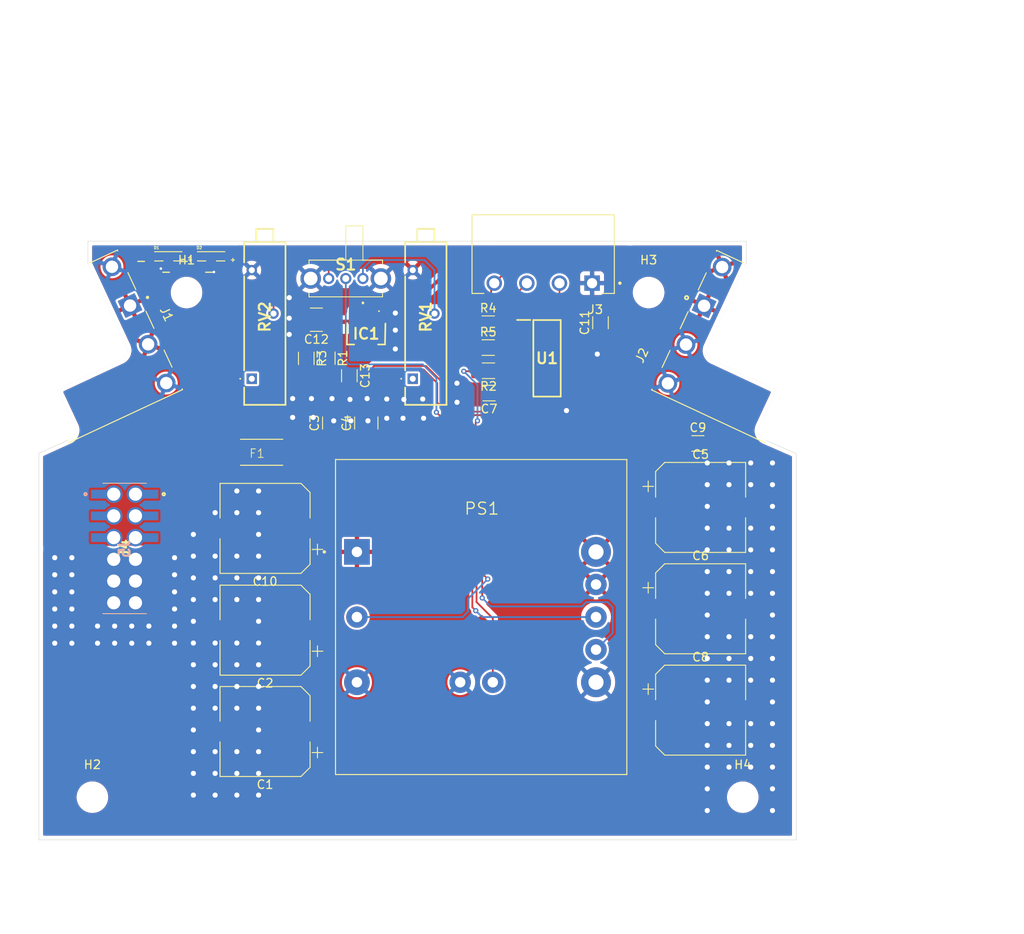
<source format=kicad_pcb>
(kicad_pcb (version 20240108) (generator "pcbnew") (generator_version "8.0")
  (layers (0 "F.Cu" signal) (31 "B.Cu" signal) (34 "B.Paste" user) (35 "F.Paste" user) (36 "B.SilkS" user "B.Silkscreen") (37 "F.SilkS" user "F.Silkscreen") (38 "B.Mask" user) (39 "F.Mask" user) (44 "Edge.Cuts" user))
  (net 0 "")
  (net 1 "GND")
  (net 2 "/PWR OUT")
  (net 3 "/Trim")
  (net 4 "/~{PWR ENABLE}")
  (net 5 "Net-(S1-NO)")
  (net 8 "Net-(S1-NC)")
  (net 9 "/PWR_IN_PROT")
  (net 10 "/I_MON")
  (net 11 "/PWR_IN")
  (net 12 "+5V")
  (net 13 "Net-(PS1-CURRENT_MONITOR)")
  (net 14 "Net-(D1-A)")
  (net 15 "Net-(D2-A)")
  (net 16 "/~{PWR_GOOD}")
  (net 17 "Net-(R1-Pad2)")
  (net 18 "Net-(R3-Pad2)")
  (net 19 "Net-(R4-Pad2)")
  (net 22 "Net-(U1-Pad4)")
  (footprint "PSA:AZ7042RTRG1" (layer "F.Cu") (at 139.99 76.425 180)
    (property "Reference" "IC1")
    (property "Value" "ZXTR2005Z-13" (hide yes))
  )
  (footprint "MountingHole:MountingHole_3.2mm_M3_DIN965" (layer "F.Cu") (at 119 71.6)
    (property "Reference" "H1")
    (property "Value" "MountingHole")
  )
  (footprint "PSA:LED_155124RV73200" (layer "F.Cu") (at 116.875 67.375)
    (property "Reference" "D1")
    (property "Value" "LED GRN")
  )
  (footprint "Resistor_SMD:R_1206_3216Metric" (layer "F.Cu") (at 154.255 78.035)
    (property "Reference" "R5")
    (property "Value" "10k")
  )
  (footprint "Capacitor_SMD:C_1206_3216Metric" (layer "F.Cu") (at 178.755 89.245)
    (property "Reference" "C9")
    (property "Value" "0.1uF")
  )
  (footprint "PSA:SOIC127P600X175-14N" (layer "F.Cu") (at 161.125 79.29)
    (property "Reference" "U1")
    (property "Value" "74HC04" (hide yes))
  )
  (footprint "Resistor_SMD:R_1206_3216Metric" (layer "F.Cu") (at 135.445 79.275 -90)
    (property "Reference" "R1")
    (property "Value" "1k")
  )
  (footprint "Capacitor_SMD:C_1206_3216Metric" (layer "F.Cu") (at 138.025 81.325 -90)
    (property "Reference" "C13")
    (property "Value" "0.1uF")
  )
  (footprint "PSA:3009P1154LF" (layer "F.Cu") (at 145.437 81.681 90)
    (property "Reference" "RV1")
    (property "Value" "4k" (hide yes))
  )
  (footprint "Resistor_SMD:R_1206_3216Metric" (layer "F.Cu") (at 154.255 75.245)
    (property "Reference" "R4")
    (property "Value" "10k")
  )
  (footprint "PSA:CONV_I7C4W008A120V-0C3-R" (layer "F.Cu") (at 138.91 101.925)
    (property "Reference" "PS1")
    (property "Value" "I7C4W008A120V-0C3-R")
  )
  (footprint "Capacitor_SMD:C_1210_3225Metric" (layer "F.Cu") (at 134.175 74.775 180)
    (property "Reference" "C12")
    (property "Value" "10uF")
  )
  (footprint "Capacitor_SMD:CP_Elec_10x12.6" (layer "F.Cu") (at 179.075 108.575)
    (property "Reference" "C6")
    (property "Value" "100uF")
  )
  (footprint "PSA:EG1247" (layer "F.Cu") (at 139.61 69.96 180)
    (property "Reference" "S1")
    (property "Value" "EG1247" (hide yes))
  )
  (footprint "PSA:PHOENIX_2907787" (layer "F.Cu") (at 186.625 89.175 65)
    (property "Reference" "J2")
    (property "Value" "Screw_Terminal_01x04")
    (fp_line (start 6.2 -9.65) (end 6.2 -1.4) (stroke (width 0.01)) (layer "Edge.Cuts"))
    (fp_line (start 18 -10.85) (end 7.4 -10.85) (stroke (width 0.01)) (layer "Edge.Cuts"))
    (fp_line (start 0.3 -0.2) (end 0.299999 0) (stroke (width 0.01)) (layer "Edge.Cuts"))
    (fp_line (start 6.2 -1.4) (end 1.5 -1.4) (stroke (width 0.01)) (layer "Edge.Cuts"))
    (fp_arc (start 6.2 -9.65) (mid 6.551472 -10.498528) (end 7.4 -10.85) (stroke (width 0.01)) (layer "Edge.Cuts"))
    (fp_arc (start 0.3 -0.2) (mid 0.651472 -1.048528) (end 1.5 -1.4) (stroke (width 0.01)) (layer "Edge.Cuts"))
  )
  (footprint "Resistor_SMD:R_1206_3216Metric" (layer "F.Cu") (at 132.99 79.3 -90)
    (property "Reference" "R3")
    (property "Value" "1k")
  )
  (footprint "Resistor_SMD:R_1206_3216Metric" (layer "F.Cu") (at 154.285 80.745 180)
    (property "Reference" "R2")
    (property "Value" "1k")
  )
  (footprint "Capacitor_SMD:CP_Elec_10x12.6" (layer "F.Cu") (at 179.075 96.725)
    (property "Reference" "C5")
    (property "Value" "100uF")
  )
  (footprint "MountingHole:MountingHole_3.2mm_M3_DIN965" (layer "F.Cu") (at 108 130.6)
    (property "Reference" "H2")
    (property "Value" "MountingHole")
  )
  (footprint "Capacitor_SMD:C_1206_3216Metric" (layer "F.Cu") (at 167.375 75.125 90)
    (property "Reference" "C11")
    (property "Value" "0.1uF")
  )
  (footprint "PSA:FUSC9830X318N" (layer "F.Cu") (at 127.775 90.275)
    (property "Reference" "F1")
    (property "Value" "Fuse")
  )
  (footprint "Capacitor_SMD:C_1210_3225Metric" (layer "F.Cu") (at 136.255 86.855 90)
    (property "Reference" "C3")
    (property "Value" "10uF")
  )
  (footprint "Capacitor_SMD:CP_Elec_10x12.6" (layer "F.Cu") (at 179.075 120.425)
    (property "Reference" "C8")
    (property "Value" "100uF")
  )
  (footprint "MountingHole:MountingHole_3.2mm_M3_DIN965" (layer "F.Cu") (at 173 71.6)
    (property "Reference" "H3")
    (property "Value" "MountingHole")
  )
  (footprint "PSA:SSM-106-XXX-DV" (layer "F.Cu") (at 111.765 101.525 90)
    (property "Reference" "J4")
    (property "Value" "Conn_02x06_Top_Bottom" (hide yes))
  )
  (footprint "Capacitor_SMD:C_1206_3216Metric" (layer "F.Cu") (at 154.355 83.355 180)
    (property "Reference" "C7")
    (property "Value" "0.1uF")
  )
  (footprint "Capacitor_SMD:C_1210_3225Metric" (layer "F.Cu") (at 140.005 86.855 90)
    (property "Reference" "C4")
    (property "Value" "10uF")
  )
  (footprint "PSA:PHOENIX_1803293" (layer "F.Cu") (at 168.99 62.505 180)
    (property "Reference" "J3")
    (property "Value" "Conn_01x04_Socket")
  )
  (footprint "Capacitor_SMD:CP_Elec_10x12.6" (layer "F.Cu") (at 128.175 111.075 180)
    (property "Reference" "C2")
    (property "Value" "180uF")
  )
  (footprint "PSA:PHOENIX_2907774" (layer "F.Cu") (at 97.645 72.83 -65)
    (property "Reference" "J1")
    (property "Value" "Screw_Terminal_01x04")
    (fp_line (start 11.8 -1.4) (end 16.5 -1.4) (stroke (width 0.01)) (layer "Edge.Cuts"))
    (fp_line (start 17.7 -0.2) (end 17.7 0) (stroke (width 0.01)) (layer "Edge.Cuts"))
    (fp_line (start 0 -10.849999) (end 10.6 -10.85) (stroke (width 0.01)) (layer "Edge.Cuts"))
    (fp_line (start 11.8 -9.65) (end 11.8 -1.4) (stroke (width 0.01)) (layer "Edge.Cuts"))
    (fp_arc (start 16.5 -1.4) (mid 17.348528 -1.048528) (end 17.7 -0.2) (stroke (width 0.01)) (layer "Edge.Cuts"))
    (fp_arc (start 10.6 -10.85) (mid 11.448528 -10.498528) (end 11.8 -9.65) (stroke (width 0.01)) (layer "Edge.Cuts"))
  )
  (footprint "MountingHole:MountingHole_3.2mm_M3_DIN965" (layer "F.Cu") (at 184 130.6)
    (property "Reference" "H4")
    (property "Value" "MountingHole")
  )
  (footprint "Capacitor_SMD:CP_Elec_10x12.6" (layer "F.Cu") (at 128.175 122.925 180)
    (property "Reference" "C1")
    (property "Value" "180uF")
  )
  (footprint "PSA:3009P1154LF" (layer "F.Cu") (at 126.625 81.681 90)
    (property "Reference" "RV2")
    (property "Value" "150k" (hide yes))
  )
  (footprint "Capacitor_SMD:CP_Elec_10x12.6" (layer "F.Cu") (at 128.175 99.175 180)
    (property "Reference" "C10")
    (property "Value" "180uF")
  )
  (footprint "PSA:LED_155124RV73200" (layer "F.Cu") (at 121.875 67.375)
    (property "Reference" "D2")
    (property "Value" "LED RED")
  )
  (footprint "PSA:SSM-106-XXX-DV" (layer "B.Cu") (at 111.765 101.525 90)
    (property "Reference" "J5")
    (property "Value" "Conn_02x06_Top_Bottom" (hide yes))
  )
  (gr_line (start 186.751785 88.903109) (end 190.25 90.43) (stroke (width 0.05)) (layer "Edge.Cuts"))
  (gr_line (start 101.75 135.6) (end 101.75 90.4) (stroke (width 0.05)) (layer "Edge.Cuts"))
  (gr_line (start 184.398689 68.276052) (end 184.4 65.61) (stroke (width 0.05)) (layer "Edge.Cuts"))
  (gr_line (start 190.25 135.6) (end 101.75 135.6) (stroke (width 0.05)) (layer "Edge.Cuts"))
  (gr_line (start 107.48 65.59) (end 107.478439 68.244592) (stroke (width 0.05)) (layer "Edge.Cuts"))
  (gr_line (start 101.75 90.4) (end 105.125343 88.871648) (stroke (width 0.05)) (layer "Edge.Cuts"))
  (gr_line (start 107.48 65.59) (end 184.4 65.61) (stroke (width 0.05)) (layer "Edge.Cuts"))
  (gr_line (start 190.25 90.43) (end 190.25 135.6) (stroke (width 0.05)) (layer "Edge.Cuts"))
  (segment (start 166.39 72.19) (end 166.39 70.505) (width 0.4064) (layer "F.Cu") (net 1))
  (segment (start 166.4 72.2) (end 166.39 72.19) (width 0.4064) (layer "F.Cu") (net 1))
  (segment (start 121.875 67.775) (end 121.875 68.875) (width 0.2032) (layer "F.Cu") (net 1))
  (segment (start 166.4 72.675) (end 166.4 72.2) (width 0.4064) (layer "F.Cu") (net 1))
  (segment (start 116.875 67.925) (end 116 68.8) (width 0.2032) (layer "F.Cu") (net 1))
  (segment (start 121.875 68.875) (end 122.2 69.2) (width 0.2032) (layer "F.Cu") (net 1))
  (segment (start 167.375 73.65) (end 166.4 72.675) (width 0.4064) (layer "F.Cu") (net 1))
  (via (at 184.93 106.765) (size 1) (drill 0.6) (layers "F.Cu" "B.Cu") (net 1))
  (via (at 124.88 97.34) (size 1) (drill 0.6) (layers "F.Cu" "B.Cu") (net 1))
  (via (at 110.6 112.6) (size 1) (drill 0.6) (layers "F.Cu" "B.Cu") (net 1))
  (via (at 187.47 116.925) (size 1) (drill 0.6) (layers "F.Cu" "B.Cu") (net 1))
  (via (at 187.47 104.225) (size 1) (drill 0.6) (layers "F.Cu" "B.Cu") (net 1))
  (via (at 131.4 86.2) (size 1) (drill 0.6) (layers "F.Cu" "B.Cu") (net 1))
  (via (at 124.88 112.58) (size 1) (drill 0.6) (layers "F.Cu" "B.Cu") (net 1))
  (via (at 122.34 112.58) (size 1) (drill 0.6) (layers "F.Cu" "B.Cu") (net 1))
  (via (at 150.6 82.2) (size 1) (drill 0.6) (layers "F.Cu" "B.Cu") (net 1))
  (via (at 182.39 122.005) (size 1) (drill 0.6) (layers "F.Cu" "B.Cu") (net 1))
  (via (at 184.93 122.005) (size 1) (drill 0.6) (layers "F.Cu" "B.Cu") (net 1))
  (via (at 179.85 94.065) (size 1) (drill 0.6) (layers "F.Cu" "B.Cu") (net 1))
  (via (at 179.85 104.225) (size 1) (drill 0.6) (layers "F.Cu" "B.Cu") (net 1))
  (via (at 122.2 69.2) (size 0.6) (drill 0.3) (layers "F.Cu" "B.Cu") (net 1))
  (via (at 105.6 108.6) (size 1) (drill 0.6) (layers "F.Cu" "B.Cu") (net 1))
  (via (at 105.6 112.6) (size 1) (drill 0.6) (layers "F.Cu" "B.Cu") (net 1))
  (via (at 187.47 127.085) (size 1) (drill 0.6) (layers "F.Cu" "B.Cu") (net 1))
  (via (at 127.42 125.28) (size 1) (drill 0.6) (layers "F.Cu" "B.Cu") (net 1))
  (via (at 114.6 110.6) (size 1) (drill 0.6) (layers "F.Cu" "B.Cu") (net 1))
  (via (at 119.8 104.96) (size 1) (drill 0.6) (layers "F.Cu" "B.Cu") (net 1))
  (via (at 117.6 110.6) (size 1) (drill 0.6) (layers "F.Cu" "B.Cu") (net 1))
  (via (at 127.42 107.5) (size 1) (drill 0.6) (layers "F.Cu" "B.Cu") (net 1))
  (via (at 122.34 120.2) (size 1) (drill 0.6) (layers "F.Cu" "B.Cu") (net 1))
  (via (at 119.8 130.36) (size 1) (drill 0.6) (layers "F.Cu" "B.Cu") (net 1))
  (via (at 136 84) (size 1) (drill 0.6) (layers "F.Cu" "B.Cu") (net 1))
  (via (at 117.6 106.6) (size 1) (drill 0.6) (layers "F.Cu" "B.Cu") (net 1))
  (via (at 187.47 94.065) (size 1) (drill 0.6) (layers "F.Cu" "B.Cu") (net 1))
  (via (at 105.6 102.6) (size 1) (drill 0.6) (layers "F.Cu" "B.Cu") (net 1))
  (via (at 146.6 84.0516) (size 1) (drill 0.6) (layers "F.Cu" "B.Cu") (net 1))
  (via (at 184.93 114.385) (size 1) (drill 0.6) (layers "F.Cu" "B.Cu") (net 1))
  (via (at 122.34 125.28) (size 1) (drill 0.6) (layers "F.Cu" "B.Cu") (net 1))
  (via (at 179.85 129.625) (size 1) (drill 0.6) (layers "F.Cu" "B.Cu") (net 1))
  (via (at 187.47 119.465) (size 1) (drill 0.6) (layers "F.Cu" "B.Cu") (net 1))
  (via (at 124.88 120.2) (size 1) (drill 0.6) (layers "F.Cu" "B.Cu") (net 1))
  (via (at 133.6 84) (size 1) (drill 0.6) (layers "F.Cu" "B.Cu") (net 1))
  (via (at 119.8 107.5) (size 1) (drill 0.6) (layers "F.Cu" "B.Cu") (net 1))
  (via (at 131 72.2) (size 1) (drill 0.6) (layers "F.Cu" "B.Cu") (net 1))
  (via (at 105.6 106.6) (size 1) (drill 0.6) (layers "F.Cu" "B.Cu") (net 1))
  (via (at 184.93 127.085) (size 1) (drill 0.6) (layers "F.Cu" "B.Cu") (net 1))
  (via (at 182.39 127.085) (size 1) (drill 0.6) (layers "F.Cu" "B.Cu") (net 1))
  (via (at 127.42 127.82) (size 1) (drill 0.6) (layers "F.Cu" "B.Cu") (net 1))
  (via (at 119.8 110.04) (size 1) (drill 0.6) (layers "F.Cu" "B.Cu") (net 1))
  (via (at 127.42 120.2) (size 1) (drill 0.6) (layers "F.Cu" "B.Cu") (net 1))
  (via (at 124.88 102.42) (size 1) (drill 0.6) (layers "F.Cu" "B.Cu") (net 1))
  (via (at 119.8 127.82) (size 1) (drill 0.6) (layers "F.Cu" "B.Cu") (net 1))
  (via (at 182.39 106.765) (size 1) (drill 0.6) (layers "F.Cu" "B.Cu") (net 1))
  (via (at 182.39 111.845) (size 1) (drill 0.6) (layers "F.Cu" "B.Cu") (net 1))
  (via (at 187.47 106.765) (size 1) (drill 0.6) (layers "F.Cu" "B.Cu") (net 1))
  (via (at 122.34 104.96) (size 1) (drill 0.6) (layers "F.Cu" "B.Cu") (net 1))
  (via (at 140.2 86.6) (size 1) (drill 0.6) (layers "F.Cu" "B.Cu") (net 1))
  (via (at 133.8 86.2) (size 1) (drill 0.6) (layers "F.Cu" "B.Cu") (net 1))
  (via (at 184.93 94.065) (size 1) (drill 0.6) (layers "F.Cu" "B.Cu") (net 1))
  (via (at 124.88 130.36) (size 1) (drill 0.6) (layers "F.Cu" "B.Cu") (net 1))
  (via (at 103.6 108.6) (size 1) (drill 0.6) (layers "F.Cu" "B.Cu") (net 1))
  (via (at 144.3 86.3) (size 1) (drill 0.6) (layers "F.Cu" "B.Cu") (net 1))
  (via (at 182.39 99.145) (size 1) (drill 0.6) (layers "F.Cu" "B.Cu") (net 1))
  (via (at 110.6 110.6) (size 1) (drill 0.6) (layers "F.Cu" "B.Cu") (net 1))
  (via (at 105.6 110.6) (size 1) (drill 0.6) (layers "F.Cu" "B.Cu") (net 1))
  (via (at 142.4 86.3) (size 1) (drill 0.6) (layers "F.Cu" "B.Cu") (net 1))
  (via (at 144.4 84.1) (size 1) (drill 0.6) (layers "F.Cu" "B.Cu") (net 1))
  (via (at 117.6 112.6) (size 1) (drill 0.6) (layers "F.Cu" "B.Cu") (net 1))
  (via (at 117.6 102.6) (size 1) (drill 0.6) (layers "F.Cu" "B.Cu") (net 1))
  (via (at 187.47 91.525) (size 1) (drill 0.6) (layers "F.Cu" "B.Cu") (net 1))
  (via (at 122.34 130.36) (size 1) (drill 0.6) (layers "F.Cu" "B.Cu") (net 1))
  (via (at 127.42 112.58) (size 1) (drill 0.6) (layers "F.Cu" "B.Cu") (net 1))
  (via (at 182.39 116.925) (size 1) (drill 0.6) (layers "F.Cu" "B.Cu") (net 1))
  (via (at 119.8 99.88) (size 1) (drill 0.6) (layers "F.Cu" "B.Cu") (net 1))
  (via (at 187.47 124.545) (size 1) (drill 0.6) (layers "F.Cu" "B.Cu") (net 1))
  (via (at 182.39 94.065) (size 1) (drill 0.6) (layers "F.Cu" "B.Cu") (net 1))
  (via (at 131 74.6) (size 1) (drill 0.6) (layers "F.Cu" "B.Cu") (net 1))
  (via (at 127.42 102.42) (size 1) (drill 0.6) (layers "F.Cu" "B.Cu") (net 1))
  (via (at 108.6 112.6) (size 1) (drill 0.6) (layers "F.Cu" "B.Cu") (net 1))
  (via (at 182.39 114.385) (size 1) (drill 0.6) (layers "F.Cu" "B.Cu") (net 1))
  (via (at 179.85 132.165) (size 1) (drill 0.6) (layers "F.Cu" "B.Cu") (net 1))
  (via (at 167 78.8) (size 1) (drill 0.6) (layers "F.Cu" "B.Cu") (net 1))
  (via (at 179.85 111.845) (size 1) (drill 0.6) (layers "F.Cu" "B.Cu") (net 1))
  (via (at 127.42 117.66) (size 1) (drill 0.6) (layers "F.Cu" "B.Cu") (net 1))
  (via (at 105.6 104.6) (size 1) (drill 0.6) (layers "F.Cu" "B.Cu") (net 1))
  (via (at 124.88 127.82) (size 1) (drill 0.6) (layers "F.Cu" "B.Cu") (net 1))
  (via (at 187.47 132.165) (size 1) (drill 0.6) (layers "F.Cu" "B.Cu") (net 1))
  (via (at 108.6 110.6) (size 1) (drill 0.6) (layers "F.Cu" "B.Cu") (net 1))
  (via (at 187.47 111.845) (size 1) (drill 0.6) (layers "F.Cu" "B.Cu") (net 1))
  (via (at 122.34 127.82) (size 1) (drill 0.6) (layers "F.Cu" "B.Cu") (net 1))
  (via (at 184.93 124.545) (size 1) (drill 0.6) (layers "F.Cu" "B.Cu") (net 1))
  (via (at 136.2 86.6) (size 1) (drill 0.6) (layers "F.Cu" "B.Cu") (net 1))
  (via (at 103.6 112.6) (size 1) (drill 0.6) (layers "F.Cu" "B.Cu") (net 1))
  (via (at 179.85 96.605) (size 1) (drill 0.6) (layers "F.Cu" "B.Cu") (net 1))
  (via (at 119.8 122.74) (size 1) (drill 0.6) (layers "F.Cu" "B.Cu") (net 1))
  (via (at 127.42 104.96) (size 1) (drill 0.6) (layers "F.Cu" "B.Cu") (net 1))
  (via (at 127.42 94.8) (size 1) (drill 0.6) (layers "F.Cu" "B.Cu") (net 1))
  (via (at 187.47 114.385) (size 1) (drill 0.6) (layers "F.Cu" "B.Cu") (net 1))
  (via (at 179.85 91.525) (size 1) (drill 0.6) (layers "F.Cu" "B.Cu") (net 1))
  (via (at 117.6 108.6) (size 1) (drill 0.6) (layers "F.Cu" "B.Cu") (net 1))
  (via (at 112.6 112.6) (size 1) (drill 0.6) (layers "F.Cu" "B.Cu") (net 1))
  (via (at 124.88 94.8) (size 1) (drill 0.6) (layers "F.Cu" "B.Cu") (net 1))
  (via (at 179.85 114.385) (size 1) (drill 0.6) (layers "F.Cu" "B.Cu") (net 1))
  (via (at 140.1 84) (size 1) (drill 0.6) (layers "F.Cu" "B.Cu") (net 1))
  (via (at 150.607498 84.428416) (size 1) (drill 0.6) (layers "F.Cu" "B.Cu") (net 1))
  (via (at 138.2 86.6) (size 1) (drill 0.6) (layers "F.Cu" "B.Cu") (net 1))
  (via (at 179.85 106.765) (size 1) (drill 0.6) (layers "F.Cu" "B.Cu") (net 1))
  (via (at 112.6 110.6) (size 1) (drill 0.6) (layers "F.Cu" "B.Cu") (net 1))
  (via (at 179.85 124.545) (size 1) (drill 0.6) (layers "F.Cu" "B.Cu") (net 1))
  (via (at 182.39 104.225) (size 1) (drill 0.6) (layers "F.Cu" "B.Cu") (net 1))
  (via (at 184.93 116.925) (size 1) (drill 0.6) (layers "F.Cu" "B.Cu") (net 1))
  (via (at 116 68.8) (size 0.6) (drill 0.3) (layers "F.Cu" "B.Cu") (net 1))
  (via (at 182.39 101.685) (size 1) (drill 0.6) (layers "F.Cu" "B.Cu") (net 1))
  (via (at 143.4 76) (size 1) (drill 0.6) (layers "F.Cu" "B.Cu") (net 1))
  (via (at 122.34 115.12) (size 1) (drill 0.6) (layers "F.Cu" "B.Cu") (net 1))
  (via (at 184.93 111.845) (size 1) (drill 0.6) (layers "F.Cu" "B.Cu") (net 1))
  (via (at 184.93 101.685) (size 1) (drill 0.6) (layers "F.Cu" "B.Cu") (net 1))
  (via (at 103.6 102.6) (size 1) (drill 0.6) (layers "F.Cu" "B.Cu") (net 1))
  (via (at 184.93 99.145) (size 1) (drill 0.6) (layers "F.Cu" "B.Cu") (net 1))
  (via (at 127.42 110.04) (size 1) (drill 0.6) (layers "F.Cu" "B.Cu") (net 1))
  (via (at 146.7 86.3) (size 1) (drill 0.6) (layers "F.Cu" "B.Cu") (net 1))
  (via (at 127.42 122.74) (size 1) (drill 0.6) (layers "F.Cu" "B.Cu") (net 1))
  (via (at 184.93 91.525) (size 1) (drill 0.6) (layers "F.Cu" "B.Cu") (net 1))
  (via (at 187.47 109.305) (size 1) (drill 0.6) (layers "F.Cu" "B.Cu") (net 1))
  (via (at 122.34 117.66) (size 1) (drill 0.6) (layers "F.Cu" "B.Cu") (net 1))
  (via (at 103.6 104.6) (size 1) (drill 0.6) (layers "F.Cu" "B.Cu") (net 1))
  (via (at 182.39 91.525) (size 1) (drill 0.6) (layers "F.Cu" "B.Cu") (net 1))
  (via (at 124.88 104.96) (size 1) (drill 0.6) (layers "F.Cu" "B.Cu") (net 1))
  (via (at 119.8 117.66) (size 1) (drill 0.6) (layers "F.Cu" "B.Cu") (net 1))
  (via (at 103.6 106.6) (size 1) (drill 0.6) (layers "F.Cu" "B.Cu") (net 1))
  (via (at 184.93 104.225) (size 1) (drill 0.6) (layers "F.Cu" "B.Cu") (net 1))
  (via (at 119.8 125.28) (size 1) (drill 0.6) (layers "F.Cu" "B.Cu") (net 1))
  (via (at 122.34 102.42) (size 1) (drill 0.6) (layers "F.Cu" "B.Cu") (net 1))
  (via (at 131.4 84) (size 1) (drill 0.6) (layers "F.Cu" "B.Cu") (net 1))
  (via (at 131 76.5) (size 1) (drill 0.6) (layers "F.Cu" "B.Cu") (net 1))
  (via (at 179.85 119.465) (size 1) (drill 0.6) (layers "F.Cu" "B.Cu") (net 1))
  (via (at 119.8 120.2) (size 1) (drill 0.6) (layers "F.Cu" "B.Cu") (net 1))
  (via (at 179.85 116.925) (size 1) (drill 0.6) (layers "F.Cu" "B.Cu") (net 1))
  (via (at 117.6 104.6) (size 1) (drill 0.6) (layers "F.Cu" "B.Cu") (net 1))
  (via (at 179.85 127.085) (size 1) (drill 0.6) (layers "F.Cu" "B.Cu") (net 1))
  (via (at 127.42 99.88) (size 1) (drill 0.6) (layers "F.Cu" "B.Cu") (net 1))
  (via (at 187.47 96.605) (size 1) (drill 0.6) (layers "F.Cu" "B.Cu") (net 1))
  (via (at 138.1 84.1) (size 1) (drill 0.6) (layers "F.Cu" "B.Cu") (net 1))
  (via (at 124.88 107.5) (size 1) (drill 0.6) (layers "F.Cu" "B.Cu") (net 1))
  (via (at 119.8 115.12) (size 1) (drill 0.6) (layers "F.Cu" "B.Cu") (net 1))
  (via (at 143.4 74) (size 1) (drill 0.6) (layers "F.Cu" "B.Cu") (net 1))
  (via (at 179.85 101.685) (size 1) (drill 0.6) (layers "F.Cu" "B.Cu") (net 1))
  (via (at 187.47 99.145) (size 1) (drill 0.6) (layers "F.Cu" "B.Cu") (net 1))
  (via (at 143.4 78.2) (size 1) (drill 0.6) (layers "F.Cu" "B.Cu") (net 1))
  (via (at 179.85 109.305) (size 1) (drill 0.6) (layers "F.Cu" "B.Cu") (net 1))
  (via (at 179.85 122.005) (size 1) (drill 0.6) (layers "F.Cu" "B.Cu") (net 1))
  (via (at 122.34 107.5) (size 1) (drill 0.6) (layers "F.Cu" "B.Cu") (net 1))
  (via (at 182.39 124.545) (size 1) (drill 0.6) (layers "F.Cu" "B.Cu") (net 1))
  (via (at 124.88 115.12) (size 1) (drill 0.6) (layers "F.Cu" "B.Cu") (net 1))
  (via (at 103.6 110.6) (size 1) (drill 0.6) (layers "F.Cu" "B.Cu") (net 1))
  (via (at 179.85 99.145) (size 1) (drill 0.6) (layers "F.Cu" "B.Cu") (net 1))
  (via (at 187.47 129.625) (size 1) (drill 0.6) (layers "F.Cu" "B.Cu") (net 1))
  (via (at 142.4 84.0516) (size 1) (drill 0.6) (layers "F.Cu" "B.Cu") (net 1))
  (via (at 187.47 101.685) (size 1) (drill 0.6) (layers "F.Cu" "B.Cu") (net 1))
  (via (at 122.34 97.34) (size 1) (drill 0.6) (layers "F.Cu" "B.Cu") (net 1))
  (via (at 124.88 125.28) (size 1) (drill 0.6) (layers "F.Cu" "B.Cu") (net 1))
  (via (at 163.4 85.4) (size 1) (drill 0.6) (layers "F.Cu" "B.Cu") (net 1))
  (via (at 114.6 112.6) (size 1) (drill 0.6) (layers "F.Cu" "B.Cu") (net 1))
  (via (at 127.42 115.12) (size 1) (drill 0.6) (layers "F.Cu" "B.Cu") (net 1))
  (via (at 127.42 130.36) (size 1) (drill 0.6) (layers "F.Cu" "B.Cu") (net 1))
  (via (at 187.47 122.005) (size 1) (drill 0.6) (layers "F.Cu" "B.Cu") (net 1))
  (via (at 124.88 117.66) (size 1) (drill 0.6) (layers "F.Cu" "B.Cu") (net 1))
  (via (at 127.42 97.34) (size 1) (drill 0.6) (layers "F.Cu" "B.Cu") (net 1))
  (via (at 119.8 112.58) (size 1) (drill 0.6) (layers "F.Cu" "B.Cu") (net 1))
  (via (at 119.8 102.42) (size 1) (drill 0.6) (layers "F.Cu" "B.Cu") (net 1))
  (segment (start 152.8 108.8) (end 152.4 108.4) (width 0.2032) (layer "F.Cu") (net 3))
  (segment (start 150.8 86.7) (end 149.3 86.7) (width 0.2032) (layer "F.Cu") (net 3))
  (segment (start 152.4 108.4) (end 152.4 88.3) (width 0.2032) (layer "F.Cu") (net 3))
  (segment (start 149.3 86.7) (end 148.2 85.6) (width 0.2032) (layer "F.Cu") (net 3))
  (segment (start 152.4 88.3) (end 150.8 86.7) (width 0.2032) (layer "F.Cu") (net 3))
  (via (at 152.8 108.8) (size 0.6) (drill 0.3) (layers "F.Cu" "B.Cu") (net 3))
  (via (at 148.2 85.6) (size 0.6) (drill 0.3) (layers "F.Cu" "B.Cu") (net 3))
  (segment (start 138 80) (end 146.6 80) (width 0.2032) (layer "B.Cu") (net 3))
  (segment (start 148.2 81.6) (end 148.2 85.6) (width 0.2032) (layer "B.Cu") (net 3))
  (segment (start 153.545 109.545) (end 152.8 108.8) (width 0.2032) (layer "B.Cu") (net 3))
  (segment (start 137.61 79.61) (end 138 80) (width 0.2032) (layer "B.Cu") (net 3))
  (segment (start 137.61 69.96) (end 137.61 79.61) (width 0.2032) (layer "B.Cu") (net 3))
  (segment (start 166.85 109.545) (end 153.545 109.545) (width 0.2032) (layer "B.Cu") (net 3))
  (segment (start 146.6 80) (end 148.2 81.6) (width 0.2032) (layer "B.Cu") (net 3))
  (segment (start 162.58 71.78) (end 162.58 70.505) (width 0.2032) (layer "F.Cu") (net 4))
  (segment (start 168.4 75) (end 165.8 75) (width 0.2032) (layer "F.Cu") (net 4))
  (segment (start 153.6192 88.4808) (end 154.8 87.3) (width 0.2032) (layer "F.Cu") (net 4))
  (segment (start 169.1 79.2) (end 169.1 75.7) (width 0.2032) (layer "F.Cu") (net 4))
  (segment (start 153.6192 104.5192) (end 153.6192 88.4808) (width 0.2032) (layer "F.Cu") (net 4))
  (segment (start 165 87.3) (end 169.1 79.2) (width 0.2032) (layer "F.Cu") (net 4))
  (segment (start 165.8 75) (end 162.58 71.78) (width 0.2032) (layer "F.Cu") (net 4))
  (segment (start 154.8 87.3) (end 165 87.3) (width 0.2032) (layer "F.Cu") (net 4))
  (segment (start 169.1 75.7) (end 168.4 75) (width 0.2032) (layer "F.Cu") (net 4))
  (segment (start 154.2 105.1) (end 153.6192 104.5192) (width 0.2032) (layer "F.Cu") (net 4))
  (via (at 154.2 105.1) (size 0.6) (drill 0.3) (layers "F.Cu" "B.Cu") (net 4))
  (segment (start 151.255 109.545) (end 151.9 108.9) (width 0.2032) (layer "B.Cu") (net 4))
  (segment (start 138.91 109.545) (end 151.255 109.545) (width 0.2032) (layer "B.Cu") (net 4))
  (segment (start 151.9 108.9) (end 151.9 107.4) (width 0.2032) (layer "B.Cu") (net 4))
  (segment (start 151.9 107.4) (end 154.2 105.1) (width 0.2032) (layer "B.Cu") (net 4))
  (segment (start 147.977 74.061) (end 147.977 68.977) (width 0.2032) (layer "B.Cu") (net 5))
  (segment (start 146.8 67.8) (end 140.6 67.8) (width 0.2032) (layer "B.Cu") (net 5))
  (segment (start 139.61 68.79) (end 139.61 69.96) (width 0.2032) (layer "B.Cu") (net 5))
  (segment (start 147.977 68.977) (end 146.8 67.8) (width 0.2032) (layer "B.Cu") (net 5))
  (segment (start 140.6 67.8) (end 139.61 68.79) (width 0.2032) (layer "B.Cu") (net 5))
  (segment (start 130.2 67.8) (end 134.6 67.8) (width 0.2032) (layer "F.Cu") (net 8))
  (segment (start 129.165 74.061) (end 129.165 68.835) (width 0.2032) (layer "F.Cu") (net 8))
  (segment (start 134.6 67.8) (end 135.61 68.81) (width 0.2032) (layer "F.Cu") (net 8))
  (segment (start 129.165 68.835) (end 130.2 67.8) (width 0.2032) (layer "F.Cu") (net 8))
  (segment (start 135.61 68.81) (end 135.61 69.96) (width 0.2032) (layer "F.Cu") (net 8))
  (segment (start 137.475 79.3) (end 131.6 79.3) (width 0.508) (layer "F.Cu") (net 9))
  (segment (start 129.4 81.5) (end 129.4 87.853) (width 0.508) (layer "F.Cu") (net 9))
  (segment (start 131.6 79.3) (end 129.4 81.5) (width 0.508) (layer "F.Cu") (net 9))
  (segment (start 129.4 87.853) (end 131.822 90.275) (width 0.508) (layer "F.Cu") (net 9))
  (segment (start 138.025 79.85) (end 137.475 79.3) (width 0.508) (layer "F.Cu") (net 9))
  (segment (start 156.7936 79.6989) (end 156.7936 72.4814) (width 0.2032) (layer "F.Cu") (net 10))
  (segment (start 155.7475 80.745) (end 156.7936 79.6989) (width 0.2032) (layer "F.Cu") (net 10))
  (segment (start 155.83 83.355) (end 155.83 80.8275) (width 0.2032) (layer "F.Cu") (net 10))
  (segment (start 156.7936 72.4814) (end 158.77 70.505) (width 0.2032) (layer "F.Cu") (net 10))
  (segment (start 155.7175 78.035) (end 154.3525 79.4) (width 0.2032) (layer "F.Cu") (net 12))
  (segment (start 159.4 67.6) (end 160.8 69) (width 0.4064) (layer "F.Cu") (net 12))
  (segment (start 138.49 75.025) (end 138.49 73.71) (width 0.4064) (layer "F.Cu") (net 12))
  (segment (start 162.4 73) (end 163.85 74.45) (width 0.4064) (layer "F.Cu") (net 12))
  (segment (start 152.2 79.4) (end 151.4 78.6) (width 0.2032) (layer "F.Cu") (net 12))
  (segment (start 166.1 76.6) (end 167.375 76.6) (width 0.4064) (layer "F.Cu") (net 12))
  (segment (start 138.49 73.71) (end 139.8 72.4) (width 0.4064) (layer "F.Cu") (net 12))
  (segment (start 163.85 74.45) (end 163.85 75.48) (width 0.4064) (layer "F.Cu") (net 12))
  (segment (start 163.85 75.48) (end 164.98 75.48) (width 0.4064) (layer "F.Cu") (net 12))
  (segment (start 164.98 75.48) (end 166.1 76.6) (width 0.4064) (layer "F.Cu") (net 12))
  (segment (start 151 67.6) (end 159.4 67.6) (width 0.4064) (layer "F.Cu") (net 12))
  (segment (start 161.2 73) (end 162.4 73) (width 0.4064) (layer "F.Cu") (net 12))
  (segment (start 139.8 72.4) (end 146.2 72.4) (width 0.4064) (layer "F.Cu") (net 12))
  (segment (start 138.49 75.025) (end 135.9 75.025) (width 0.508) (layer "F.Cu") (net 12))
  (segment (start 146.2 72.4) (end 149.5 69.1) (width 0.4064) (layer "F.Cu") (net 12))
  (segment (start 149.5 69.1) (end 151 67.6) (width 0.4064) (layer "F.Cu") (net 12))
  (segment (start 151.4 78.6) (end 151.4 71) (width 0.2032) (layer "F.Cu") (net 12))
  (segment (start 160.8 69) (end 160.8 72.6) (width 0.4064) (layer "F.Cu") (net 12))
  (segment (start 151.4 71) (end 149.5 69.1) (width 0.2032) (layer "F.Cu") (net 12))
  (segment (start 154.3525 79.4) (end 152.2 79.4) (width 0.2032) (layer "F.Cu") (net 12))
  (segment (start 160.8 72.6) (end 161.2 73) (width 0.4064) (layer "F.Cu") (net 12))
  (segment (start 151.4 80.8) (end 152.7675 80.8) (width 0.2032) (layer "F.Cu") (net 13))
  (segment (start 154.79 117.165) (end 154.79 109.69) (width 0.2032) (layer "F.Cu") (net 13))
  (segment (start 152.8064 104.855872) (end 152.8064 88.131664) (width 0.2032) (layer "F.Cu") (net 13))
  (segment (start 152.8872 104.936672) (end 152.8064 104.855872) (width 0.2032) (layer "F.Cu") (net 13))
  (segment (start 154.79 109.69) (end 152.8872 107.7872) (width 0.2032) (layer "F.Cu") (net 13))
  (segment (start 152.7872 88.112464) (end 152.7872 86.8128) (width 0.2032) (layer "F.Cu") (net 13))
  (segment (start 152.8872 107.7872) (end 152.8872 104.936672) (width 0.2032) (layer "F.Cu") (net 13))
  (segment (start 152.7872 86.8128) (end 153 86.6) (width 0.2032) (layer "F.Cu") (net 13))
  (segment (start 152.8064 88.131664) (end 152.7872 88.112464) (width 0.2032) (layer "F.Cu") (net 13))
  (via (at 151.4 80.8) (size 0.6) (drill 0.3) (layers "F.Cu" "B.Cu") (net 13))
  (via (at 153 86.6) (size 0.6) (drill 0.3) (layers "F.Cu" "B.Cu") (net 13))
  (segment (start 153 86.6) (end 153 82.4) (width 0.2032) (layer "B.Cu") (net 13))
  (segment (start 153 82.4) (end 151.4 80.8) (width 0.2032) (layer "B.Cu") (net 13))
  (segment (start 118.375 67.225) (end 119 66.6) (width 0.2032) (layer "F.Cu") (net 14))
  (segment (start 124.9 67.1) (end 124.9 69.2) (width 0.2032) (layer "F.Cu") (net 14))
  (segment (start 126.7 77.8) (end 131.1 77.8) (width 0.2032) (layer "F.Cu") (net 14))
  (segment (start 119 66.6) (end 124.4 66.6) (width 0.2032) (layer "F.Cu") (net 14))
  (segment (start 124.2 69.9) (end 124.2 75.3) (width 0.2032) (layer "F.Cu") (net 14))
  (segment (start 134.5 76.8675) (end 135.445 77.8125) (width 0.2032) (layer "F.Cu") (net 14))
  (segment (start 124.2 75.3) (end 126.7 77.8) (width 0.2032) (layer "F.Cu") (net 14))
  (segment (start 131.1 77.8) (end 132.0325 76.8675) (width 0.2032) (layer "F.Cu") (net 14))
  (segment (start 132.0325 76.8675) (end 134.5 76.8675) (width 0.2032) (layer "F.Cu") (net 14))
  (segment (start 124.4 66.6) (end 124.9 67.1) (width 0.2032) (layer "F.Cu") (net 14))
  (segment (start 124.9 69.2) (end 124.2 69.9) (width 0.2032) (layer "F.Cu") (net 14))
  (segment (start 126.3064 78.5064) (end 123.375 75.575) (width 0.2032) (layer "F.Cu") (net 15))
  (segment (start 131.3 78.5) (end 131.1 78.5) (width 0.2032) (layer "F.Cu") (net 15))
  (segment (start 131.1 78.5) (end 131.0936 78.5064) (width 0.2032) (layer "F.Cu") (net 15))
  (segment (start 131.9625 77.8375) (end 131.3 78.5) (width 0.2032) (layer "F.Cu") (net 15))
  (segment (start 123.375 75.575) (end 123.375 67.375) (width 0.2032) (layer "F.Cu") (net 15))
  (segment (start 131.0936 78.5064) (end 126.3064 78.5064) (width 0.2032) (layer "F.Cu") (net 15))
  (segment (start 132.99 77.8375) (end 131.9625 77.8375) (width 0.2032) (layer "F.Cu") (net 15))
  (segment (start 154.925264 86.6) (end 153.2128 88.312464) (width 0.2032) (layer "F.Cu") (net 16))
  (segment (start 156.865 68.6) (end 159.2 68.6) (width 0.2032) (layer "F.Cu") (net 16))
  (segment (start 160.62 78.02) (end 158.4 78.02) (width 0.2032) (layer "F.Cu") (net 16))
  (segment (start 153.5516 105.026336) (end 153.5516 107.303832) (width 0.2032) (layer "F.Cu") (net 16))
  (segment (start 154.96 70.505) (end 156.865 68.6) (width 0.2032) (layer "F.Cu") (net 16))
  (segment (start 161 78.4) (end 160.62 78.02) (width 0.2032) (layer "F.Cu") (net 16))
  (segment (start 160.48 75.48) (end 161 76) (width 0.2032) (layer "F.Cu") (net 16))
  (segment (start 154.5925 73.445) (end 154.5925 70.8725) (width 0.2032) (layer "F.Cu") (net 16))
  (segment (start 160.2 69.6) (end 160.2 71.6) (width 0.2032) (layer "F.Cu") (net 16))
  (segment (start 152.7925 75.245) (end 154.5925 73.445) (width 0.2032) (layer "F.Cu") (net 16))
  (segment (start 160.2 71.6) (end 158.4 73.4) (width 0.2032) (layer "F.Cu") (net 16))
  (segment (start 161 78.4) (end 161 85.4) (width 0.2032) (layer "F.Cu") (net 16))
  (segment (start 159.2 68.6) (end 160.2 69.6) (width 0.2032) (layer "F.Cu") (net 16))
  (segment (start 158.4 73.4) (end 158.4 75.48) (width 0.2032) (layer "F.Cu") (net 16))
  (segment (start 158.4 75.48) (end 160.48 75.48) (width 0.2032) (layer "F.Cu") (net 16))
  (segment (start 153.2128 88.312464) (end 153.2128 104.687536) (width 0.2032) (layer "F.Cu") (net 16))
  (segment (start 161 85.4) (end 159.8 86.6) (width 0.2032) (layer "F.Cu") (net 16))
  (segment (start 161 76) (end 161 78.4) (width 0.2032) (layer "F.Cu") (net 16))
  (segment (start 153.2128 104.687536) (end 153.5516 105.026336) (width 0.2032) (layer "F.Cu") (net 16))
  (segment (start 159.8 86.6) (end 154.925264 86.6) (width 0.2032) (layer "F.Cu") (net 16))
  (via (at 153.5516 107.303832) (size 0.6) (drill 0.3) (layers "F.Cu" "B.Cu") (net 16))
  (segment (start 165.69809 107.8) (end 165.19809 108.3) (width 0.2032) (layer "B.Cu") (net 16))
  (segment (start 168.2 107.8) (end 165.69809 107.8) (width 0.2032) (layer "B.Cu") (net 16))
  (segment (start 168.8 108.4) (end 168.2 107.8) (width 0.2032) (layer "B.Cu") (net 16))
  (segment (start 154.547768 108.3) (end 153.5516 107.303832) (width 0.2032) (layer "B.Cu") (net 16))
  (segment (start 165.19809 108.3) (end 154.547768 108.3) (width 0.2032) (layer "B.Cu") (net 16))
  (segment (start 168.8 111.405) (end 168.8 108.4) (width 0.2032) (layer "B.Cu") (net 16))
  (segment (start 166.85 113.355) (end 168.8 111.405) (width 0.2032) (layer "B.Cu") (net 16))
  (segment (start 148.8 84.3) (end 150.025264 85.525264) (width 0.2032) (layer "F.Cu") (net 17))
  (segment (start 140 81.1) (end 135.8075 81.1) (width 0.2032) (layer "F.Cu") (net 17))
  (segment (start 148.8 82) (end 148.8 84.3) (width 0.2032) (layer "F.Cu") (net 17))
  (segment (start 146.9936 80.1936) (end 148.8 82) (width 0.2032) (layer "F.Cu") (net 17))
  (segment (start 140 81.1) (end 140.9 80.2) (width 0.2032) (layer "F.Cu") (net 17))
  (segment (start 157.2 77.5) (end 157.95 76.75) (width 0.2032) (layer "F.Cu") (net 17))
  (segment (start 157.2 84.8) (end 157.2 77.5) (width 0.2032) (layer "F.Cu") (net 17))
  (segment (start 150.025264 85.525264) (end 156.474736 85.525264) (width 0.2032) (layer "F.Cu") (net 17))
  (segment (start 140.9064 80.1936) (end 146.9936 80.1936) (width 0.2032) (layer "F.Cu") (net 17))
  (segment (start 140.9 80.2) (end 140.9064 80.1936) (width 0.2032) (layer "F.Cu") (net 17))
  (segment (start 156.474736 85.525264) (end 157.2 84.8) (width 0.2032) (layer "F.Cu") (net 17))
  (segment (start 146.7 80.6) (end 148.3 82.2) (width 0.2032) (layer "F.Cu") (net 18))
  (segment (start 159.268336 85.931664) (end 160.2 85) (width 0.2032) (layer "F.Cu") (net 18))
  (segment (start 149.756928 85.931664) (end 159.268336 85.931664) (width 0.2032) (layer "F.Cu") (net 18))
  (segment (start 148.3 82.2) (end 148.3 84.474736) (width 0.2032) (layer "F.Cu") (net 18))
  (segment (start 140.3 81.6) (end 141.3 80.6) (width 0.2032) (layer "F.Cu") (net 18))
  (segment (start 148.3 84.474736) (end 149.756928 85.931664) (width 0.2032) (layer "F.Cu") (net 18))
  (segment (start 136.311534 81.6) (end 140.3 81.6) (width 0.2032) (layer "F.Cu") (net 18))
  (segment (start 159.97 81.83) (end 158.4 81.83) (width 0.2032) (layer "F.Cu") (net 18))
  (segment (start 160.2 82.06) (end 159.97 81.83) (width 0.2032) (layer "F.Cu") (net 18))
  (segment (start 136.306734 81.6048) (end 136.311534 81.6) (width 0.2032) (layer "F.Cu") (net 18))
  (segment (start 132.99 80.7625) (end 133.8323 81.6048) (width 0.2032) (layer "F.Cu") (net 18))
  (segment (start 133.8323 81.6048) (end 136.306734 81.6048) (width 0.2032) (layer "F.Cu") (net 18))
  (segment (start 160.2 85) (end 160.2 82.06) (width 0.2032) (layer "F.Cu") (net 18))
  (segment (start 141.3 80.6) (end 146.7 80.6) (width 0.2032) (layer "F.Cu") (net 18))
  (segment (start 155.7175 75.245) (end 152.9275 78.035) (width 0.2032) (layer "F.Cu") (net 19))
  (segment (start 158.4 79.29) (end 158.4 80.56) (width 0.2032) (layer "F.Cu") (net 22))
  (zone (net 2) (net_name "/PWR OUT") (layer "F.Cu") (priority 2) (connect_pads yes (clearance 0.5)) (min_thickness 0.25) (fill yes (thermal_gap 0.5) (thermal_bridge_width 0.5))
    (polygon (pts (xy 152.75 130.25) (xy 152.75 87.5) (xy 178.25 87.5) (xy 178.25 130.25)))
  )
  (zone (net 2) (net_name "/PWR OUT") (layer "F.Cu") (priority 3) (connect_pads (clearance 0.25)) (min_thickness 0.25) (fill yes (thermal_gap 0.5) (thermal_bridge_width 0.5))
    (polygon (pts (xy 171 76) (xy 165 87.8) (xy 190.2 87.8) (xy 190.08261 88.973993) (xy 190.08261 65.573993) (xy 171.08261 65.473993)))
  )
  (zone (net 9) (net_name "/PWR_IN_PROT") (layer "F.Cu") (priority 1) (connect_pads yes (clearance 0.25)) (min_thickness 0.25) (fill yes (thermal_gap 0.5) (thermal_bridge_width 0.5))
    (polygon (pts (xy 152.75 130.25) (xy 128.75 130.25) (xy 128.75 87.5) (xy 152.75 87.5)))
  )
  (zone (net 1) (net_name "GND") (layer "F.Cu") (connect_pads yes (clearance 0.5)) (min_thickness 0.25) (fill yes (thermal_gap 0.5) (thermal_bridge_width 0.5))
    (polygon (pts (xy 101.75 65.6) (xy 190.25 65.6) (xy 190.25 135.6) (xy 101.75 135.6)))
  )
  (zone (net 11) (net_name "/PWR_IN") (layer "F.Cu") (priority 3) (connect_pads yes (clearance 0.25)) (min_thickness 0.25) (fill yes (thermal_gap 0.5) (thermal_bridge_width 0.5))
    (polygon (pts (xy 120.75 77.75) (xy 126.25 86) (xy 126.25 91.6) (xy 116.125 101.15) (xy 101.9 101.3) (xy 101.75 89) (xy 101.75 65.6) (xy 120.75 65.5)))
  )
  (zone (net 9) (net_name "/PWR_IN_PROT") (layer "F.Cu") (priority 4) (connect_pads yes (clearance 0.5)) (min_thickness 0.25) (fill yes (thermal_gap 0.5) (thermal_bridge_width 0.5))
    (polygon (pts (xy 136.74 76.425) (xy 136.8 80.8) (xy 142.2 80.8) (xy 142.215 76.45)))
  )
  (zone (net 1) (net_name "GND") (layer "B.Cu") (connect_pads yes (clearance 0.25)) (min_thickness 0.25) (fill yes (thermal_gap 0.5) (thermal_bridge_width 0.5))
    (polygon (pts (xy 101.5 65.25) (xy 190.5 65.25) (xy 190.5 136) (xy 101.5 136)))
  )
)
</source>
